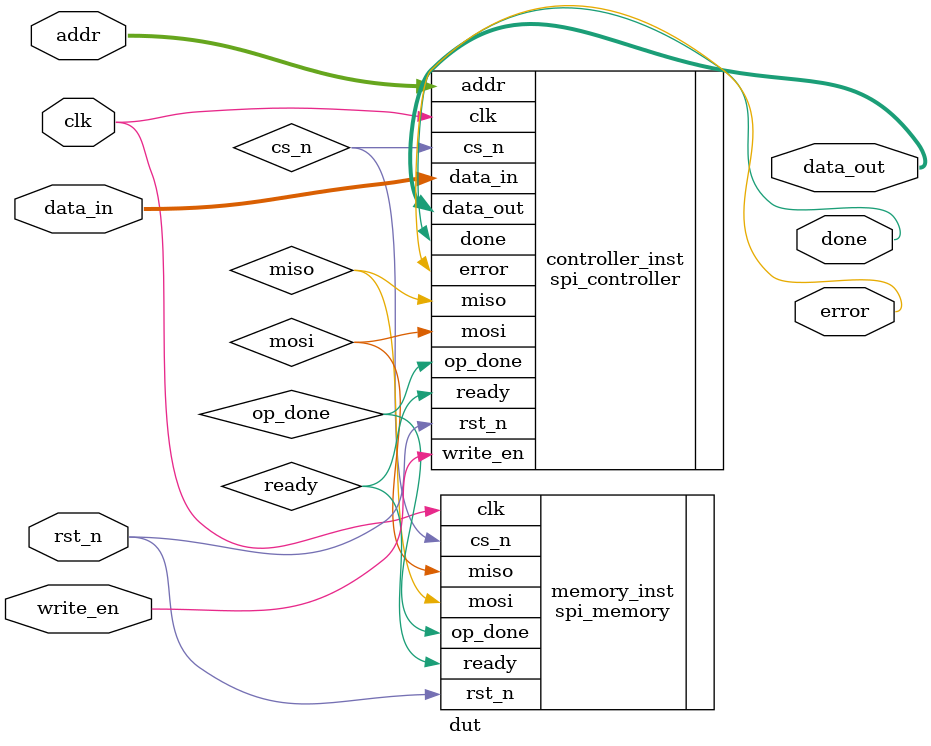
<source format=sv>
`include"spi_controller.sv"
`include"spi_memory.sv"

module dut(

    input clk,
    input rst_n,

    input write_en,
    input [7:0] addr,
    input [7:0] data_in,

    output [7:0] data_out,

    output done,
    output error

);

wire cs_n, mosi, miso, ready, op_done;

spi_controller controller_inst (

    .clk(clk),
    .rst_n(rst_n),

    .write_en(write_en),
    .addr(addr),
    .data_in(data_in),

    .mosi(mosi),
    .cs_n(cs_n),

    .ready(ready),
    .op_done(op_done),
    .miso(miso),

    .data_out(data_out),

    .done(done),
    .error(error)
);

spi_memory memory_inst (

    .clk(clk),
    .rst_n(rst_n),
    
    .mosi(miso),   // Memory's MOSI is Controller's MISO
    .miso(mosi),  // Controller's MOSI is Memory's MISO
    .ready(ready),

    .cs_n(cs_n),
    .op_done(op_done)
);

endmodule
</source>
